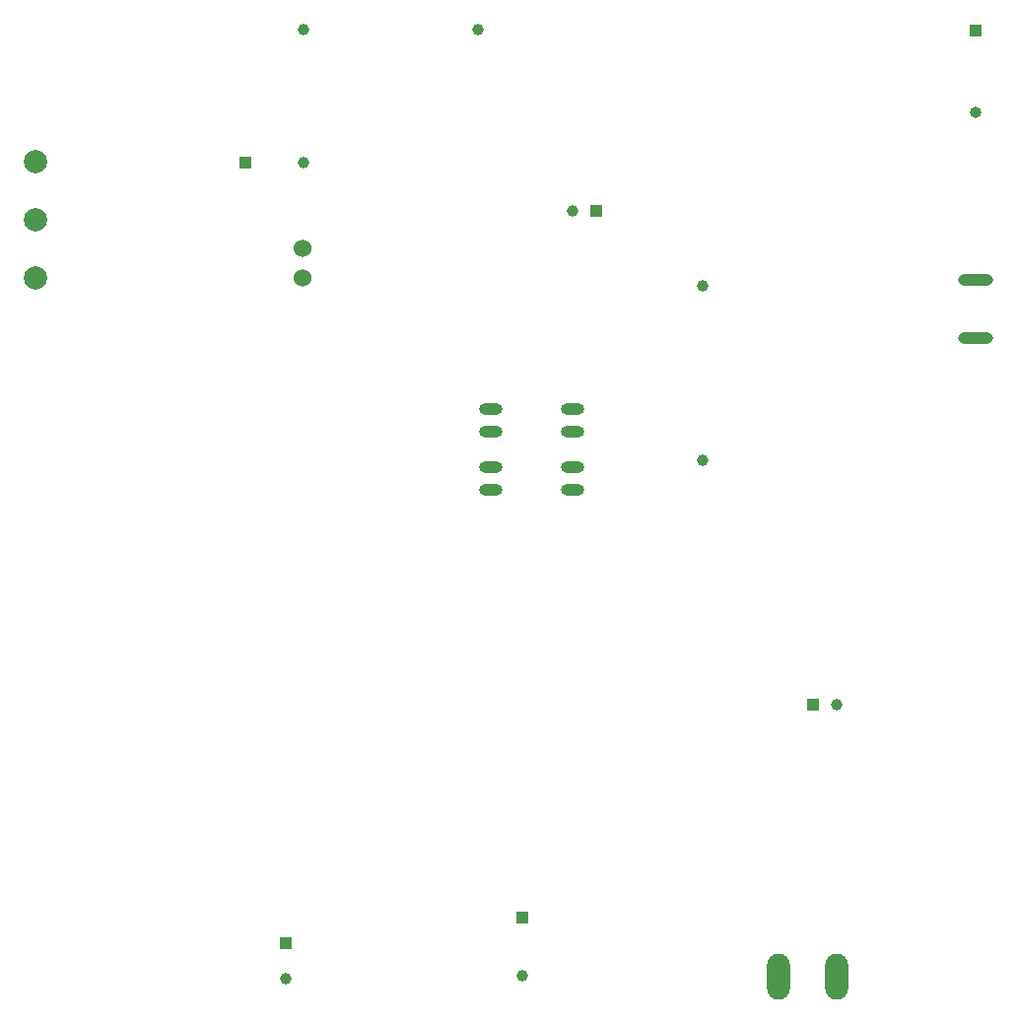
<source format=gbr>
G04 #@! TF.FileFunction,Copper,L1,Top,Signal*
%FSLAX46Y46*%
G04 Gerber Fmt 4.6, Leading zero omitted, Abs format (unit mm)*
G04 Created by KiCad (PCBNEW 4.0.2+dfsg1-stable) date Ter 27 Nov 2018 10:20:08 -02*
%MOMM*%
G01*
G04 APERTURE LIST*
%ADD10C,0.100000*%
%ADD11O,3.000000X1.000000*%
%ADD12R,1.000000X1.000000*%
%ADD13C,1.000000*%
%ADD14C,1.524000*%
%ADD15O,2.000000X1.000000*%
%ADD16C,2.000000*%
%ADD17O,1.000000X1.000000*%
%ADD18O,1.981200X3.962400*%
G04 APERTURE END LIST*
D10*
D11*
X202565000Y-89535000D03*
X202565000Y-94535000D03*
D12*
X139750800Y-79400400D03*
D13*
X144750800Y-79400400D03*
D12*
X163576000Y-144272000D03*
D13*
X163576000Y-149272000D03*
X143260000Y-149510000D03*
D12*
X143260000Y-146510000D03*
D14*
X144730000Y-86810000D03*
X144730000Y-89350000D03*
D15*
X167894000Y-107569000D03*
X167894000Y-105569000D03*
X167894000Y-102569000D03*
X167894000Y-100569000D03*
X160894000Y-100569000D03*
X160894000Y-102569000D03*
X160894000Y-105569000D03*
X160894000Y-107569000D03*
D16*
X121793000Y-84375000D03*
X121793000Y-89375000D03*
X121793000Y-79375000D03*
D13*
X159766000Y-68021200D03*
X144766000Y-68021200D03*
X179070000Y-105030000D03*
X179070000Y-90030000D03*
D12*
X202565000Y-68072000D03*
D17*
X202565000Y-75072000D03*
D18*
X190601600Y-149352000D03*
X185601600Y-149352000D03*
D12*
X169926000Y-83566000D03*
D13*
X167926000Y-83566000D03*
X190569600Y-125984000D03*
D12*
X188569600Y-125984000D03*
M02*

</source>
